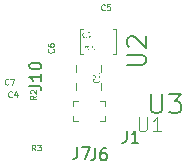
<source format=gbr>
G04 #@! TF.GenerationSoftware,KiCad,Pcbnew,(5.1.0)-1*
G04 #@! TF.CreationDate,2019-04-30T21:14:17-07:00*
G04 #@! TF.ProjectId,MS_v4_ETL_LED_Driver,4d535f76-345f-4455-944c-5f4c45445f44,rev?*
G04 #@! TF.SameCoordinates,Original*
G04 #@! TF.FileFunction,Legend,Top*
G04 #@! TF.FilePolarity,Positive*
%FSLAX46Y46*%
G04 Gerber Fmt 4.6, Leading zero omitted, Abs format (unit mm)*
G04 Created by KiCad (PCBNEW (5.1.0)-1) date 2019-04-30 21:14:17*
%MOMM*%
%LPD*%
G04 APERTURE LIST*
%ADD10C,0.100000*%
%ADD11C,0.150000*%
%ADD12C,0.050000*%
%ADD13C,0.120000*%
%ADD14C,0.160000*%
%ADD15R,0.812800X1.066800*%
%ADD16R,0.360800X0.390800*%
%ADD17R,0.390800X0.360800*%
%ADD18C,0.558800*%
%ADD19R,0.680800X0.630800*%
%ADD20R,0.812800X1.320800*%
%ADD21C,0.400800*%
%ADD22R,0.660800X0.270800*%
%ADD23R,0.270800X0.660800*%
%ADD24R,2.440800X0.690800*%
%ADD25R,0.320800X0.690800*%
G04 APERTURE END LIST*
D10*
X17088000Y-20318200D02*
X16668000Y-20318200D01*
X17088000Y-20738200D02*
X17088000Y-20318200D01*
X17088000Y-21998200D02*
X16668000Y-21998200D01*
X17088000Y-21578200D02*
X17088000Y-21998200D01*
X14408000Y-21998200D02*
X14828000Y-21998200D01*
X14408000Y-21578200D02*
X14408000Y-21998200D01*
X14408000Y-20318200D02*
X14828000Y-20318200D01*
X14408000Y-20738200D02*
X14408000Y-20318200D01*
X14662600Y-17308800D02*
X14662600Y-17878800D01*
X16782600Y-17308800D02*
X16782600Y-17878800D01*
X16782600Y-19368800D02*
X16782600Y-18798800D01*
X14662600Y-19368800D02*
X14662600Y-18798800D01*
X14960000Y-14266200D02*
X15225000Y-14266200D01*
X14960000Y-16366200D02*
X14960000Y-14266200D01*
X15225000Y-16366200D02*
X14960000Y-16366200D01*
X18060000Y-14266200D02*
X17795000Y-14266200D01*
X18060000Y-16366200D02*
X18060000Y-14266200D01*
X17795000Y-16366200D02*
X18060000Y-16366200D01*
D11*
X18919866Y-22845780D02*
X18919866Y-23560066D01*
X18872247Y-23702923D01*
X18777009Y-23798161D01*
X18634152Y-23845780D01*
X18538914Y-23845780D01*
X19919866Y-23845780D02*
X19348438Y-23845780D01*
X19634152Y-23845780D02*
X19634152Y-22845780D01*
X19538914Y-22988638D01*
X19443676Y-23083876D01*
X19348438Y-23131495D01*
D12*
X8908266Y-18898371D02*
X8884457Y-18922180D01*
X8813028Y-18945990D01*
X8765409Y-18945990D01*
X8693980Y-18922180D01*
X8646361Y-18874561D01*
X8622552Y-18826942D01*
X8598742Y-18731704D01*
X8598742Y-18660276D01*
X8622552Y-18565038D01*
X8646361Y-18517419D01*
X8693980Y-18469800D01*
X8765409Y-18445990D01*
X8813028Y-18445990D01*
X8884457Y-18469800D01*
X8908266Y-18493609D01*
X9074933Y-18445990D02*
X9408266Y-18445990D01*
X9193980Y-18945990D01*
X11249790Y-19869933D02*
X11011695Y-20036600D01*
X11249790Y-20155647D02*
X10749790Y-20155647D01*
X10749790Y-19965171D01*
X10773600Y-19917552D01*
X10797409Y-19893742D01*
X10845028Y-19869933D01*
X10916457Y-19869933D01*
X10964076Y-19893742D01*
X10987885Y-19917552D01*
X11011695Y-19965171D01*
X11011695Y-20155647D01*
X10797409Y-19679457D02*
X10773600Y-19655647D01*
X10749790Y-19608028D01*
X10749790Y-19488980D01*
X10773600Y-19441361D01*
X10797409Y-19417552D01*
X10845028Y-19393742D01*
X10892647Y-19393742D01*
X10964076Y-19417552D01*
X11249790Y-19703266D01*
X11249790Y-19393742D01*
X11200866Y-24510390D02*
X11034200Y-24272295D01*
X10915152Y-24510390D02*
X10915152Y-24010390D01*
X11105628Y-24010390D01*
X11153247Y-24034200D01*
X11177057Y-24058009D01*
X11200866Y-24105628D01*
X11200866Y-24177057D01*
X11177057Y-24224676D01*
X11153247Y-24248485D01*
X11105628Y-24272295D01*
X10915152Y-24272295D01*
X11367533Y-24010390D02*
X11677057Y-24010390D01*
X11510390Y-24200866D01*
X11581819Y-24200866D01*
X11629438Y-24224676D01*
X11653247Y-24248485D01*
X11677057Y-24296104D01*
X11677057Y-24415152D01*
X11653247Y-24462771D01*
X11629438Y-24486580D01*
X11581819Y-24510390D01*
X11438961Y-24510390D01*
X11391342Y-24486580D01*
X11367533Y-24462771D01*
D11*
X10679180Y-19021323D02*
X11393466Y-19021323D01*
X11536323Y-19068942D01*
X11631561Y-19164180D01*
X11679180Y-19307038D01*
X11679180Y-19402276D01*
X11679180Y-18021323D02*
X11679180Y-18592752D01*
X11679180Y-18307038D02*
X10679180Y-18307038D01*
X10822038Y-18402276D01*
X10917276Y-18497514D01*
X10964895Y-18592752D01*
X10679180Y-17402276D02*
X10679180Y-17307038D01*
X10726800Y-17211800D01*
X10774419Y-17164180D01*
X10869657Y-17116561D01*
X11060133Y-17068942D01*
X11298228Y-17068942D01*
X11488704Y-17116561D01*
X11583942Y-17164180D01*
X11631561Y-17211800D01*
X11679180Y-17307038D01*
X11679180Y-17402276D01*
X11631561Y-17497514D01*
X11583942Y-17545133D01*
X11488704Y-17592752D01*
X11298228Y-17640371D01*
X11060133Y-17640371D01*
X10869657Y-17592752D01*
X10774419Y-17545133D01*
X10726800Y-17497514D01*
X10679180Y-17402276D01*
D12*
X15486866Y-14910571D02*
X15463057Y-14934380D01*
X15391628Y-14958190D01*
X15344009Y-14958190D01*
X15272580Y-14934380D01*
X15224961Y-14886761D01*
X15201152Y-14839142D01*
X15177342Y-14743904D01*
X15177342Y-14672476D01*
X15201152Y-14577238D01*
X15224961Y-14529619D01*
X15272580Y-14482000D01*
X15344009Y-14458190D01*
X15391628Y-14458190D01*
X15463057Y-14482000D01*
X15486866Y-14505809D01*
X15677342Y-14505809D02*
X15701152Y-14482000D01*
X15748771Y-14458190D01*
X15867819Y-14458190D01*
X15915438Y-14482000D01*
X15939247Y-14505809D01*
X15963057Y-14553428D01*
X15963057Y-14601047D01*
X15939247Y-14672476D01*
X15653533Y-14958190D01*
X15963057Y-14958190D01*
X9200866Y-19962771D02*
X9177057Y-19986580D01*
X9105628Y-20010390D01*
X9058009Y-20010390D01*
X8986580Y-19986580D01*
X8938961Y-19938961D01*
X8915152Y-19891342D01*
X8891342Y-19796104D01*
X8891342Y-19724676D01*
X8915152Y-19629438D01*
X8938961Y-19581819D01*
X8986580Y-19534200D01*
X9058009Y-19510390D01*
X9105628Y-19510390D01*
X9177057Y-19534200D01*
X9200866Y-19558009D01*
X9629438Y-19677057D02*
X9629438Y-20010390D01*
X9510390Y-19486580D02*
X9391342Y-19843723D01*
X9700866Y-19843723D01*
X17061666Y-12586471D02*
X17037857Y-12610280D01*
X16966428Y-12634090D01*
X16918809Y-12634090D01*
X16847380Y-12610280D01*
X16799761Y-12562661D01*
X16775952Y-12515042D01*
X16752142Y-12419804D01*
X16752142Y-12348376D01*
X16775952Y-12253138D01*
X16799761Y-12205519D01*
X16847380Y-12157900D01*
X16918809Y-12134090D01*
X16966428Y-12134090D01*
X17037857Y-12157900D01*
X17061666Y-12181709D01*
X17514047Y-12134090D02*
X17275952Y-12134090D01*
X17252142Y-12372185D01*
X17275952Y-12348376D01*
X17323571Y-12324566D01*
X17442619Y-12324566D01*
X17490238Y-12348376D01*
X17514047Y-12372185D01*
X17537857Y-12419804D01*
X17537857Y-12538852D01*
X17514047Y-12586471D01*
X17490238Y-12610280D01*
X17442619Y-12634090D01*
X17323571Y-12634090D01*
X17275952Y-12610280D01*
X17252142Y-12586471D01*
X12704570Y-15925434D02*
X12728379Y-15949243D01*
X12752189Y-16020672D01*
X12752189Y-16068291D01*
X12728379Y-16139720D01*
X12680760Y-16187339D01*
X12633141Y-16211148D01*
X12537903Y-16234958D01*
X12466475Y-16234958D01*
X12371237Y-16211148D01*
X12323618Y-16187339D01*
X12275999Y-16139720D01*
X12252189Y-16068291D01*
X12252189Y-16020672D01*
X12275999Y-15949243D01*
X12299808Y-15925434D01*
X12252189Y-15496862D02*
X12252189Y-15592101D01*
X12275999Y-15639720D01*
X12299808Y-15663529D01*
X12371237Y-15711148D01*
X12466475Y-15734958D01*
X12656951Y-15734958D01*
X12704570Y-15711148D01*
X12728379Y-15687339D01*
X12752189Y-15639720D01*
X12752189Y-15544481D01*
X12728379Y-15496862D01*
X12704570Y-15473053D01*
X12656951Y-15449243D01*
X12537903Y-15449243D01*
X12490284Y-15473053D01*
X12466475Y-15496862D01*
X12442665Y-15544481D01*
X12442665Y-15639720D01*
X12466475Y-15687339D01*
X12490284Y-15711148D01*
X12537903Y-15734958D01*
X16536171Y-18447533D02*
X16559980Y-18471342D01*
X16583790Y-18542771D01*
X16583790Y-18590390D01*
X16559980Y-18661819D01*
X16512361Y-18709438D01*
X16464742Y-18733247D01*
X16369504Y-18757057D01*
X16298076Y-18757057D01*
X16202838Y-18733247D01*
X16155219Y-18709438D01*
X16107600Y-18661819D01*
X16083790Y-18590390D01*
X16083790Y-18542771D01*
X16107600Y-18471342D01*
X16131409Y-18447533D01*
X16583790Y-17971342D02*
X16583790Y-18257057D01*
X16583790Y-18114200D02*
X16083790Y-18114200D01*
X16155219Y-18161819D01*
X16202838Y-18209438D01*
X16226647Y-18257057D01*
D11*
X14750866Y-24237780D02*
X14750866Y-24952066D01*
X14703247Y-25094923D01*
X14608009Y-25190161D01*
X14465152Y-25237780D01*
X14369914Y-25237780D01*
X15131819Y-24237780D02*
X15798485Y-24237780D01*
X15369914Y-25237780D01*
X16250866Y-24337780D02*
X16250866Y-25052066D01*
X16203247Y-25194923D01*
X16108009Y-25290161D01*
X15965152Y-25337780D01*
X15869914Y-25337780D01*
X17155628Y-24337780D02*
X16965152Y-24337780D01*
X16869914Y-24385400D01*
X16822295Y-24433019D01*
X16727057Y-24575876D01*
X16679438Y-24766352D01*
X16679438Y-25147304D01*
X16727057Y-25242542D01*
X16774676Y-25290161D01*
X16869914Y-25337780D01*
X17060390Y-25337780D01*
X17155628Y-25290161D01*
X17203247Y-25242542D01*
X17250866Y-25147304D01*
X17250866Y-24909209D01*
X17203247Y-24813971D01*
X17155628Y-24766352D01*
X17060390Y-24718733D01*
X16869914Y-24718733D01*
X16774676Y-24766352D01*
X16727057Y-24813971D01*
X16679438Y-24909209D01*
D12*
X15664666Y-15948790D02*
X15498000Y-15710695D01*
X15378952Y-15948790D02*
X15378952Y-15448790D01*
X15569428Y-15448790D01*
X15617047Y-15472600D01*
X15640857Y-15496409D01*
X15664666Y-15544028D01*
X15664666Y-15615457D01*
X15640857Y-15663076D01*
X15617047Y-15686885D01*
X15569428Y-15710695D01*
X15378952Y-15710695D01*
X16140857Y-15948790D02*
X15855142Y-15948790D01*
X15998000Y-15948790D02*
X15998000Y-15448790D01*
X15950380Y-15520219D01*
X15902761Y-15567838D01*
X15855142Y-15591647D01*
D13*
X19941333Y-21706533D02*
X19941333Y-22669866D01*
X19998000Y-22783200D01*
X20054666Y-22839866D01*
X20168000Y-22896533D01*
X20394666Y-22896533D01*
X20508000Y-22839866D01*
X20564666Y-22783200D01*
X20621333Y-22669866D01*
X20621333Y-21706533D01*
X21811333Y-22896533D02*
X21131333Y-22896533D01*
X21471333Y-22896533D02*
X21471333Y-21706533D01*
X21358000Y-21876533D01*
X21244666Y-21989866D01*
X21131333Y-22046533D01*
D14*
X18952238Y-17299790D02*
X20223190Y-17299790D01*
X20372714Y-17225028D01*
X20447476Y-17150266D01*
X20522238Y-17000742D01*
X20522238Y-16701695D01*
X20447476Y-16552171D01*
X20372714Y-16477409D01*
X20223190Y-16402647D01*
X18952238Y-16402647D01*
X19101761Y-15729790D02*
X19027000Y-15655028D01*
X18952238Y-15505504D01*
X18952238Y-15131695D01*
X19027000Y-14982171D01*
X19101761Y-14907409D01*
X19251285Y-14832647D01*
X19400809Y-14832647D01*
X19625095Y-14907409D01*
X20522238Y-15804552D01*
X20522238Y-14832647D01*
X20982687Y-19751409D02*
X20982687Y-21062837D01*
X21059830Y-21217123D01*
X21136973Y-21294266D01*
X21291258Y-21371409D01*
X21599830Y-21371409D01*
X21754115Y-21294266D01*
X21831258Y-21217123D01*
X21908401Y-21062837D01*
X21908401Y-19751409D01*
X22525544Y-19751409D02*
X23528401Y-19751409D01*
X22988401Y-20368552D01*
X23219830Y-20368552D01*
X23374115Y-20445694D01*
X23451258Y-20522837D01*
X23528401Y-20677123D01*
X23528401Y-21062837D01*
X23451258Y-21217123D01*
X23374115Y-21294266D01*
X23219830Y-21371409D01*
X22756973Y-21371409D01*
X22602687Y-21294266D01*
X22525544Y-21217123D01*
%LPC*%
D15*
X17653000Y-23012400D03*
D16*
X14524400Y-19964400D03*
X13974400Y-19964400D03*
D17*
X13716000Y-21543600D03*
X13716000Y-22093600D03*
D16*
X13695000Y-22707600D03*
X14245000Y-22707600D03*
D18*
X13413486Y-17047496D03*
X12803886Y-17530095D03*
X13413486Y-18012695D03*
X12803886Y-18495294D03*
X13413486Y-18977894D03*
D16*
X13745800Y-14401800D03*
X14295800Y-14401800D03*
X15794400Y-19964400D03*
X15244400Y-19964400D03*
X15447600Y-13716000D03*
X15997600Y-13716000D03*
D19*
X13919200Y-15125200D03*
X13919200Y-16015200D03*
X17602200Y-18936200D03*
X17602200Y-18046200D03*
D20*
X15284200Y-22885400D03*
X16284200Y-22885400D03*
D16*
X17301800Y-13716000D03*
X17851800Y-13716000D03*
D21*
X16748000Y-21658200D03*
X16248000Y-21658200D03*
X15748000Y-21658200D03*
X15248000Y-21658200D03*
X14748000Y-21658200D03*
X16748000Y-21158200D03*
X16248000Y-21158200D03*
X15748000Y-21158200D03*
X15248000Y-21158200D03*
X14748000Y-21158200D03*
X16748000Y-20658200D03*
X16248000Y-20658200D03*
X15748000Y-20658200D03*
X15248000Y-20658200D03*
X14748000Y-20658200D03*
D22*
X14877600Y-18538800D03*
X14877600Y-18138800D03*
D23*
X14922600Y-17493800D03*
X15322600Y-17493800D03*
X15722600Y-17493800D03*
X16122600Y-17493800D03*
X16522600Y-17493800D03*
D22*
X16567600Y-18138800D03*
X16567600Y-18538800D03*
D23*
X16522600Y-19183800D03*
X16122600Y-19183800D03*
X15722600Y-19183800D03*
X15322600Y-19183800D03*
X14922600Y-19183800D03*
D24*
X16510000Y-15316200D03*
D25*
X15510000Y-14476200D03*
X16010000Y-14476200D03*
X16510000Y-14476200D03*
X17010000Y-14476200D03*
X17510000Y-14476200D03*
X17510000Y-16156200D03*
X17010000Y-16156200D03*
X16510000Y-16156200D03*
X16010000Y-16156200D03*
X15510000Y-16156200D03*
M02*

</source>
